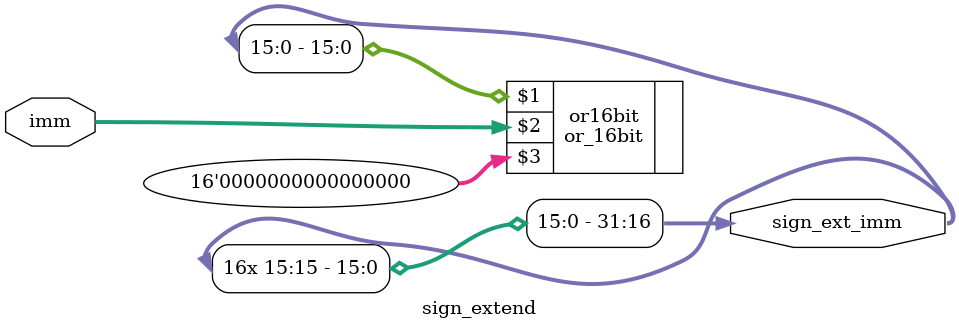
<source format=v>
module sign_extend(
	output [31:0] sign_ext_imm,
	input [15:0] imm
);

or_16bit or16bit(sign_ext_imm[15:0], imm, 16'b0);

or or1(sign_ext_imm[16], sign_ext_imm[15], 1'b0);
or or2(sign_ext_imm[17], sign_ext_imm[15], 1'b0);
or or3(sign_ext_imm[18], sign_ext_imm[15], 1'b0);
or or4(sign_ext_imm[19], sign_ext_imm[15], 1'b0);
or or5(sign_ext_imm[20], sign_ext_imm[15], 1'b0);
or or6(sign_ext_imm[21], sign_ext_imm[15], 1'b0);
or or7(sign_ext_imm[22], sign_ext_imm[15], 1'b0);
or or8(sign_ext_imm[23], sign_ext_imm[15], 1'b0);
or or9(sign_ext_imm[24], sign_ext_imm[15], 1'b0);
or or10(sign_ext_imm[25], sign_ext_imm[15], 1'b0);
or or11(sign_ext_imm[26], sign_ext_imm[15], 1'b0);
or or12(sign_ext_imm[27], sign_ext_imm[15], 1'b0);
or or13(sign_ext_imm[28], sign_ext_imm[15], 1'b0);
or or14(sign_ext_imm[29], sign_ext_imm[15], 1'b0);
or or15(sign_ext_imm[30], sign_ext_imm[15], 1'b0);
or or16(sign_ext_imm[31], sign_ext_imm[15], 1'b0);

endmodule

</source>
